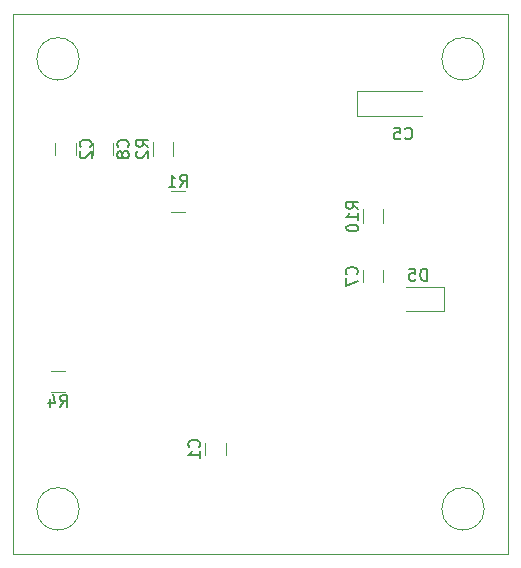
<source format=gbr>
%TF.GenerationSoftware,KiCad,Pcbnew,4.0.7*%
%TF.CreationDate,2018-04-11T16:34:22+03:00*%
%TF.ProjectId,capacity_sensor,63617061636974795F73656E736F722E,rev?*%
%TF.FileFunction,Legend,Bot*%
%FSLAX46Y46*%
G04 Gerber Fmt 4.6, Leading zero omitted, Abs format (unit mm)*
G04 Created by KiCad (PCBNEW 4.0.7) date 04/11/18 16:34:22*
%MOMM*%
%LPD*%
G01*
G04 APERTURE LIST*
%ADD10C,0.100000*%
%ADD11C,0.120000*%
%ADD12C,0.150000*%
G04 APERTURE END LIST*
D10*
X119380000Y-129540000D02*
X119380000Y-83820000D01*
X161290000Y-129540000D02*
X119380000Y-129540000D01*
X161290000Y-83820000D02*
X161290000Y-129540000D01*
X119380000Y-83820000D02*
X161290000Y-83820000D01*
X159276051Y-125730000D02*
G75*
G03X159276051Y-125730000I-1796051J0D01*
G01*
X124986051Y-125730000D02*
G75*
G03X124986051Y-125730000I-1796051J0D01*
G01*
X159276051Y-87630000D02*
G75*
G03X159276051Y-87630000I-1796051J0D01*
G01*
X124986051Y-87630000D02*
G75*
G03X124986051Y-87630000I-1796051J0D01*
G01*
D11*
X135675000Y-121150000D02*
X135675000Y-120150000D01*
X137375000Y-120150000D02*
X137375000Y-121150000D01*
X124675000Y-94750000D02*
X124675000Y-95750000D01*
X122975000Y-95750000D02*
X122975000Y-94750000D01*
X148500000Y-92490000D02*
X154000000Y-92490000D01*
X148500000Y-90390000D02*
X154000000Y-90390000D01*
X148500000Y-92490000D02*
X148500000Y-90390000D01*
X149010000Y-106545000D02*
X149010000Y-105545000D01*
X150710000Y-105545000D02*
X150710000Y-106545000D01*
X127850000Y-94750000D02*
X127850000Y-95750000D01*
X126150000Y-95750000D02*
X126150000Y-94750000D01*
X152670000Y-106950000D02*
X155870000Y-106950000D01*
X155870000Y-108950000D02*
X152670000Y-108950000D01*
X155870000Y-108950000D02*
X155870000Y-106950000D01*
X132750000Y-100575000D02*
X133950000Y-100575000D01*
X133950000Y-98815000D02*
X132750000Y-98815000D01*
X132960000Y-95850000D02*
X132960000Y-94650000D01*
X131200000Y-94650000D02*
X131200000Y-95850000D01*
X123790000Y-114055000D02*
X122590000Y-114055000D01*
X122590000Y-115815000D02*
X123790000Y-115815000D01*
X150740000Y-101565000D02*
X150740000Y-100365000D01*
X148980000Y-100365000D02*
X148980000Y-101565000D01*
D12*
X135132143Y-120483334D02*
X135179762Y-120435715D01*
X135227381Y-120292858D01*
X135227381Y-120197620D01*
X135179762Y-120054762D01*
X135084524Y-119959524D01*
X134989286Y-119911905D01*
X134798810Y-119864286D01*
X134655952Y-119864286D01*
X134465476Y-119911905D01*
X134370238Y-119959524D01*
X134275000Y-120054762D01*
X134227381Y-120197620D01*
X134227381Y-120292858D01*
X134275000Y-120435715D01*
X134322619Y-120483334D01*
X135227381Y-121435715D02*
X135227381Y-120864286D01*
X135227381Y-121150000D02*
X134227381Y-121150000D01*
X134370238Y-121054762D01*
X134465476Y-120959524D01*
X134513095Y-120864286D01*
X125932143Y-95083334D02*
X125979762Y-95035715D01*
X126027381Y-94892858D01*
X126027381Y-94797620D01*
X125979762Y-94654762D01*
X125884524Y-94559524D01*
X125789286Y-94511905D01*
X125598810Y-94464286D01*
X125455952Y-94464286D01*
X125265476Y-94511905D01*
X125170238Y-94559524D01*
X125075000Y-94654762D01*
X125027381Y-94797620D01*
X125027381Y-94892858D01*
X125075000Y-95035715D01*
X125122619Y-95083334D01*
X125122619Y-95464286D02*
X125075000Y-95511905D01*
X125027381Y-95607143D01*
X125027381Y-95845239D01*
X125075000Y-95940477D01*
X125122619Y-95988096D01*
X125217857Y-96035715D01*
X125313095Y-96035715D01*
X125455952Y-95988096D01*
X126027381Y-95416667D01*
X126027381Y-96035715D01*
X152566666Y-94347143D02*
X152614285Y-94394762D01*
X152757142Y-94442381D01*
X152852380Y-94442381D01*
X152995238Y-94394762D01*
X153090476Y-94299524D01*
X153138095Y-94204286D01*
X153185714Y-94013810D01*
X153185714Y-93870952D01*
X153138095Y-93680476D01*
X153090476Y-93585238D01*
X152995238Y-93490000D01*
X152852380Y-93442381D01*
X152757142Y-93442381D01*
X152614285Y-93490000D01*
X152566666Y-93537619D01*
X151661904Y-93442381D02*
X152138095Y-93442381D01*
X152185714Y-93918571D01*
X152138095Y-93870952D01*
X152042857Y-93823333D01*
X151804761Y-93823333D01*
X151709523Y-93870952D01*
X151661904Y-93918571D01*
X151614285Y-94013810D01*
X151614285Y-94251905D01*
X151661904Y-94347143D01*
X151709523Y-94394762D01*
X151804761Y-94442381D01*
X152042857Y-94442381D01*
X152138095Y-94394762D01*
X152185714Y-94347143D01*
X148467143Y-105878334D02*
X148514762Y-105830715D01*
X148562381Y-105687858D01*
X148562381Y-105592620D01*
X148514762Y-105449762D01*
X148419524Y-105354524D01*
X148324286Y-105306905D01*
X148133810Y-105259286D01*
X147990952Y-105259286D01*
X147800476Y-105306905D01*
X147705238Y-105354524D01*
X147610000Y-105449762D01*
X147562381Y-105592620D01*
X147562381Y-105687858D01*
X147610000Y-105830715D01*
X147657619Y-105878334D01*
X147562381Y-106211667D02*
X147562381Y-106878334D01*
X148562381Y-106449762D01*
X129107143Y-95083334D02*
X129154762Y-95035715D01*
X129202381Y-94892858D01*
X129202381Y-94797620D01*
X129154762Y-94654762D01*
X129059524Y-94559524D01*
X128964286Y-94511905D01*
X128773810Y-94464286D01*
X128630952Y-94464286D01*
X128440476Y-94511905D01*
X128345238Y-94559524D01*
X128250000Y-94654762D01*
X128202381Y-94797620D01*
X128202381Y-94892858D01*
X128250000Y-95035715D01*
X128297619Y-95083334D01*
X128630952Y-95654762D02*
X128583333Y-95559524D01*
X128535714Y-95511905D01*
X128440476Y-95464286D01*
X128392857Y-95464286D01*
X128297619Y-95511905D01*
X128250000Y-95559524D01*
X128202381Y-95654762D01*
X128202381Y-95845239D01*
X128250000Y-95940477D01*
X128297619Y-95988096D01*
X128392857Y-96035715D01*
X128440476Y-96035715D01*
X128535714Y-95988096D01*
X128583333Y-95940477D01*
X128630952Y-95845239D01*
X128630952Y-95654762D01*
X128678571Y-95559524D01*
X128726190Y-95511905D01*
X128821429Y-95464286D01*
X129011905Y-95464286D01*
X129107143Y-95511905D01*
X129154762Y-95559524D01*
X129202381Y-95654762D01*
X129202381Y-95845239D01*
X129154762Y-95940477D01*
X129107143Y-95988096D01*
X129011905Y-96035715D01*
X128821429Y-96035715D01*
X128726190Y-95988096D01*
X128678571Y-95940477D01*
X128630952Y-95845239D01*
X154408095Y-106402381D02*
X154408095Y-105402381D01*
X154170000Y-105402381D01*
X154027142Y-105450000D01*
X153931904Y-105545238D01*
X153884285Y-105640476D01*
X153836666Y-105830952D01*
X153836666Y-105973810D01*
X153884285Y-106164286D01*
X153931904Y-106259524D01*
X154027142Y-106354762D01*
X154170000Y-106402381D01*
X154408095Y-106402381D01*
X152931904Y-105402381D02*
X153408095Y-105402381D01*
X153455714Y-105878571D01*
X153408095Y-105830952D01*
X153312857Y-105783333D01*
X153074761Y-105783333D01*
X152979523Y-105830952D01*
X152931904Y-105878571D01*
X152884285Y-105973810D01*
X152884285Y-106211905D01*
X152931904Y-106307143D01*
X152979523Y-106354762D01*
X153074761Y-106402381D01*
X153312857Y-106402381D01*
X153408095Y-106354762D01*
X153455714Y-106307143D01*
X133516666Y-98447381D02*
X133850000Y-97971190D01*
X134088095Y-98447381D02*
X134088095Y-97447381D01*
X133707142Y-97447381D01*
X133611904Y-97495000D01*
X133564285Y-97542619D01*
X133516666Y-97637857D01*
X133516666Y-97780714D01*
X133564285Y-97875952D01*
X133611904Y-97923571D01*
X133707142Y-97971190D01*
X134088095Y-97971190D01*
X132564285Y-98447381D02*
X133135714Y-98447381D01*
X132850000Y-98447381D02*
X132850000Y-97447381D01*
X132945238Y-97590238D01*
X133040476Y-97685476D01*
X133135714Y-97733095D01*
X130832381Y-95083334D02*
X130356190Y-94750000D01*
X130832381Y-94511905D02*
X129832381Y-94511905D01*
X129832381Y-94892858D01*
X129880000Y-94988096D01*
X129927619Y-95035715D01*
X130022857Y-95083334D01*
X130165714Y-95083334D01*
X130260952Y-95035715D01*
X130308571Y-94988096D01*
X130356190Y-94892858D01*
X130356190Y-94511905D01*
X129927619Y-95464286D02*
X129880000Y-95511905D01*
X129832381Y-95607143D01*
X129832381Y-95845239D01*
X129880000Y-95940477D01*
X129927619Y-95988096D01*
X130022857Y-96035715D01*
X130118095Y-96035715D01*
X130260952Y-95988096D01*
X130832381Y-95416667D01*
X130832381Y-96035715D01*
X123356666Y-117087381D02*
X123690000Y-116611190D01*
X123928095Y-117087381D02*
X123928095Y-116087381D01*
X123547142Y-116087381D01*
X123451904Y-116135000D01*
X123404285Y-116182619D01*
X123356666Y-116277857D01*
X123356666Y-116420714D01*
X123404285Y-116515952D01*
X123451904Y-116563571D01*
X123547142Y-116611190D01*
X123928095Y-116611190D01*
X122499523Y-116420714D02*
X122499523Y-117087381D01*
X122737619Y-116039762D02*
X122975714Y-116754048D01*
X122356666Y-116754048D01*
X148612381Y-100322143D02*
X148136190Y-99988809D01*
X148612381Y-99750714D02*
X147612381Y-99750714D01*
X147612381Y-100131667D01*
X147660000Y-100226905D01*
X147707619Y-100274524D01*
X147802857Y-100322143D01*
X147945714Y-100322143D01*
X148040952Y-100274524D01*
X148088571Y-100226905D01*
X148136190Y-100131667D01*
X148136190Y-99750714D01*
X148612381Y-101274524D02*
X148612381Y-100703095D01*
X148612381Y-100988809D02*
X147612381Y-100988809D01*
X147755238Y-100893571D01*
X147850476Y-100798333D01*
X147898095Y-100703095D01*
X147612381Y-101893571D02*
X147612381Y-101988810D01*
X147660000Y-102084048D01*
X147707619Y-102131667D01*
X147802857Y-102179286D01*
X147993333Y-102226905D01*
X148231429Y-102226905D01*
X148421905Y-102179286D01*
X148517143Y-102131667D01*
X148564762Y-102084048D01*
X148612381Y-101988810D01*
X148612381Y-101893571D01*
X148564762Y-101798333D01*
X148517143Y-101750714D01*
X148421905Y-101703095D01*
X148231429Y-101655476D01*
X147993333Y-101655476D01*
X147802857Y-101703095D01*
X147707619Y-101750714D01*
X147660000Y-101798333D01*
X147612381Y-101893571D01*
M02*

</source>
